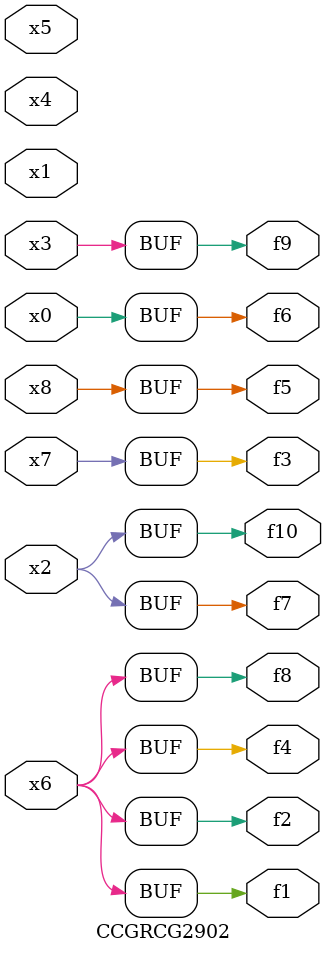
<source format=v>
module CCGRCG2902(
	input x0, x1, x2, x3, x4, x5, x6, x7, x8,
	output f1, f2, f3, f4, f5, f6, f7, f8, f9, f10
);
	assign f1 = x6;
	assign f2 = x6;
	assign f3 = x7;
	assign f4 = x6;
	assign f5 = x8;
	assign f6 = x0;
	assign f7 = x2;
	assign f8 = x6;
	assign f9 = x3;
	assign f10 = x2;
endmodule

</source>
